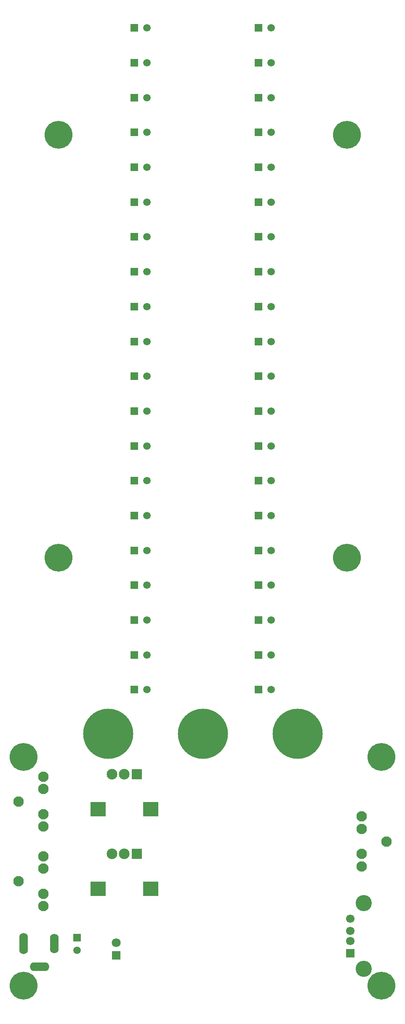
<source format=gbs>
G04*
G04 #@! TF.GenerationSoftware,Altium Limited,Altium Designer,23.10.1 (27)*
G04*
G04 Layer_Color=16711935*
%FSLAX25Y25*%
%MOIN*%
G70*
G04*
G04 #@! TF.SameCoordinates,DEC2BE8A-3C9D-4CA9-A4ED-9AED73E2F86B*
G04*
G04*
G04 #@! TF.FilePolarity,Negative*
G04*
G01*
G75*
%ADD47C,0.39764*%
%ADD48C,0.07087*%
%ADD49R,0.07087X0.07087*%
%ADD50O,0.06890X0.16929*%
%ADD51O,0.06890X0.15551*%
%ADD52O,0.15551X0.06890*%
%ADD53C,0.08268*%
%ADD54C,0.00394*%
%ADD55C,0.12795*%
%ADD56C,0.06693*%
%ADD57R,0.06693X0.06693*%
%ADD58R,0.05906X0.05906*%
%ADD59C,0.05906*%
%ADD60R,0.12402X0.11614*%
%ADD61R,0.08465X0.08465*%
%ADD62C,0.08465*%
%ADD63R,0.05906X0.05906*%
%ADD64C,0.22047*%
D47*
X82624Y215000D02*
D03*
X232624D02*
D03*
X157624D02*
D03*
D48*
X89000Y49685D02*
D03*
D49*
Y39843D02*
D03*
D50*
X15748Y49213D02*
D03*
D51*
X40157D02*
D03*
D52*
X28543Y30906D02*
D03*
D53*
X11811Y98425D02*
D03*
X31496Y108268D02*
D03*
Y118110D02*
D03*
Y88583D02*
D03*
Y78740D02*
D03*
X11811Y161417D02*
D03*
X31496Y171260D02*
D03*
Y181102D02*
D03*
Y151575D02*
D03*
Y141732D02*
D03*
X283465Y149606D02*
D03*
Y139764D02*
D03*
Y110236D02*
D03*
Y120079D02*
D03*
X303150Y129921D02*
D03*
D54*
X11811Y78740D02*
D03*
Y118110D02*
D03*
X11811Y141732D02*
D03*
Y181102D02*
D03*
X303150Y110236D02*
D03*
Y149606D02*
D03*
D55*
X285193Y80984D02*
D03*
Y29252D02*
D03*
D56*
X274524Y68898D02*
D03*
Y59055D02*
D03*
Y51181D02*
D03*
D57*
Y41339D02*
D03*
D58*
X58000Y53843D02*
D03*
D59*
Y43843D02*
D03*
X211693Y773622D02*
D03*
Y746063D02*
D03*
Y718504D02*
D03*
Y690945D02*
D03*
X113268Y773622D02*
D03*
Y746063D02*
D03*
Y718504D02*
D03*
Y690945D02*
D03*
Y663386D02*
D03*
Y635827D02*
D03*
Y608268D02*
D03*
Y580709D02*
D03*
X211693Y663386D02*
D03*
Y635827D02*
D03*
Y608268D02*
D03*
Y580709D02*
D03*
Y553150D02*
D03*
Y525591D02*
D03*
Y498031D02*
D03*
Y470472D02*
D03*
X113268Y553150D02*
D03*
Y525591D02*
D03*
Y498031D02*
D03*
Y470472D02*
D03*
Y442913D02*
D03*
Y415354D02*
D03*
Y387795D02*
D03*
Y360236D02*
D03*
X211693Y442913D02*
D03*
Y415354D02*
D03*
Y387795D02*
D03*
Y360236D02*
D03*
Y332677D02*
D03*
Y305118D02*
D03*
Y277559D02*
D03*
Y250000D02*
D03*
X113268Y332677D02*
D03*
Y305118D02*
D03*
Y277559D02*
D03*
Y250000D02*
D03*
D60*
X116339Y92567D02*
D03*
X74606D02*
D03*
X116339Y155559D02*
D03*
X74606D02*
D03*
D61*
X105315Y120126D02*
D03*
Y183118D02*
D03*
D62*
X85630Y120126D02*
D03*
X95472D02*
D03*
X85630Y183118D02*
D03*
X95472D02*
D03*
D63*
X201693Y773622D02*
D03*
Y746063D02*
D03*
Y718504D02*
D03*
Y690945D02*
D03*
X103268Y773622D02*
D03*
Y746063D02*
D03*
Y718504D02*
D03*
Y690945D02*
D03*
Y663386D02*
D03*
Y635827D02*
D03*
Y608268D02*
D03*
Y580709D02*
D03*
X201693Y663386D02*
D03*
Y635827D02*
D03*
Y608268D02*
D03*
Y580709D02*
D03*
Y553150D02*
D03*
Y525591D02*
D03*
Y498031D02*
D03*
Y470472D02*
D03*
X103268Y553150D02*
D03*
Y525591D02*
D03*
Y498031D02*
D03*
Y470472D02*
D03*
Y442913D02*
D03*
Y415354D02*
D03*
Y387795D02*
D03*
Y360236D02*
D03*
X201693Y442913D02*
D03*
Y415354D02*
D03*
Y387795D02*
D03*
Y360236D02*
D03*
Y332677D02*
D03*
Y305118D02*
D03*
Y277559D02*
D03*
Y250000D02*
D03*
X103268Y332677D02*
D03*
Y305118D02*
D03*
Y277559D02*
D03*
Y250000D02*
D03*
D64*
X271654Y354331D02*
D03*
Y688976D02*
D03*
X43307D02*
D03*
Y354331D02*
D03*
X299213Y196850D02*
D03*
X15748D02*
D03*
X299213Y15748D02*
D03*
X15748D02*
D03*
M02*

</source>
